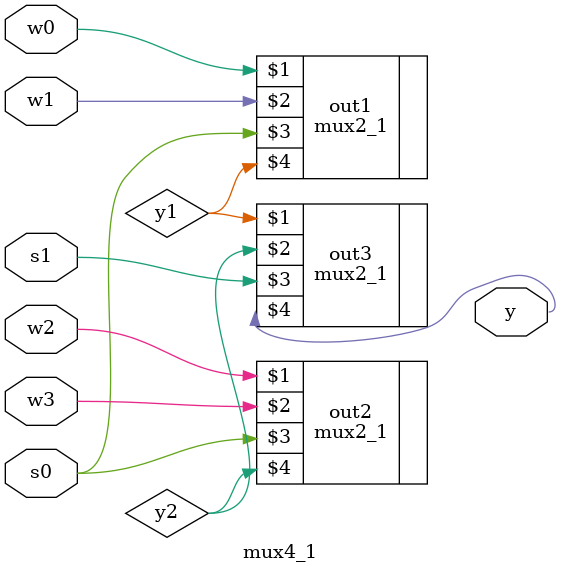
<source format=v>
module mux4_1 (
input wire w0, w1, w2, w3, s0, s1,
output wire y
);
wire e1, e2;

mux2_1 out1 (w0, w1, s0, y1);
mux2_1 out2 (w2, w3, s0, y2);
mux2_1 out3 (y1, y2, s1, y);

endmodule

</source>
